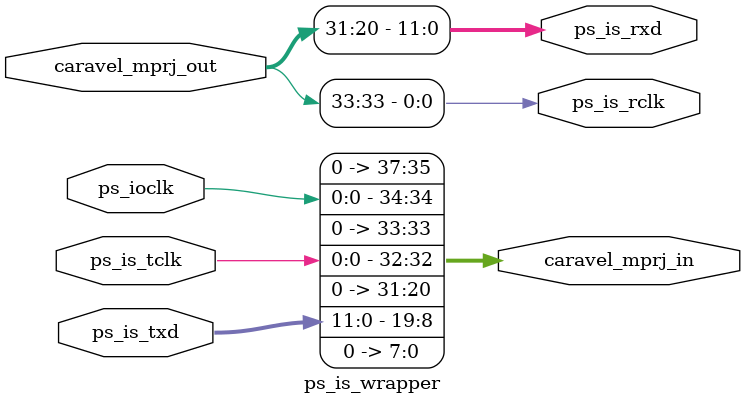
<source format=v>
`timescale 1ns / 1ps


module ps_is_wrapper(
    input ps_is_tclk,
    input [11:0] ps_is_txd,
    input ps_ioclk,
    output ps_is_rclk,
    output [11:0] ps_is_rxd,
    output [37:0] caravel_mprj_in,
    input [37:0] caravel_mprj_out
    );
    
    assign caravel_mprj_in = {3'b0, ps_ioclk, 1'b0, ps_is_tclk, 12'b0, ps_is_txd, 8'b0};
    assign ps_is_rclk = caravel_mprj_out[33];
    assign ps_is_rxd = caravel_mprj_out[31:20];
    
endmodule

</source>
